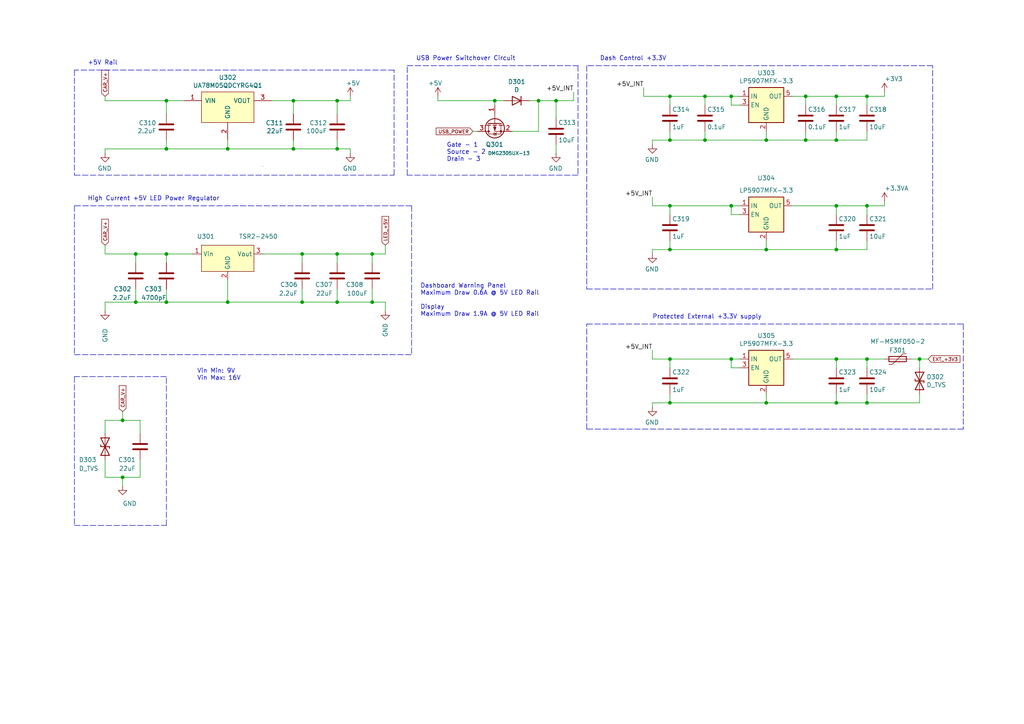
<source format=kicad_sch>
(kicad_sch (version 20211123) (generator eeschema)
  (paper "A4")
  (lib_symbols
    (symbol "Device:C" (pin_numbers hide) (pin_names (offset 0.254))
      (property "Reference" "C" (at 0.635 2.54 0))
      (property "Value" "C" (at 0.635 -2.54 0))
      (symbol "C_0_1"
        (polyline (pts (xy -2.032 -0.762) (xy 2.032 -0.762)) (stroke (width 0.508)))
        (polyline (pts (xy -2.032 0.762) (xy 2.032 0.762)) (stroke (width 0.508)))
      )
      (symbol "C_1_1"
        (pin passive line (at 0 3.81 270) (length 2.794) (name "~") (number "1"))
        (pin passive line (at 0 -3.81 90) (length 2.794) (name "~") (number "2"))
      )
    )
    (symbol "Device:D" (pin_numbers hide) (pin_names (offset 1.016) hide)
      (property "Reference" "D" (at 0 2.54 0))
      (property "Value" "D" (at 0 -2.54 0))
      (symbol "D_0_1"
        (polyline (pts (xy -1.27 1.27) (xy -1.27 -1.27)) (stroke (width 0.254)))
        (polyline (pts (xy 1.27 0) (xy -1.27 0)))
        (polyline (pts (xy 1.27 1.27) (xy 1.27 -1.27) (xy -1.27 0) (xy 1.27 1.27)) (stroke (width 0.254)))
      )
      (symbol "D_1_1"
        (pin passive line (at -3.81 0 0) (length 2.54) (name "K") (number "1"))
        (pin passive line (at 3.81 0 180) (length 2.54) (name "A") (number "2"))
      )
    )
    (symbol "Device:D_TVS" (pin_numbers hide) (pin_names (offset 1.016) hide)
      (property "Reference" "D" (at 0 2.54 0))
      (property "Value" "D_TVS" (at 0 -2.54 0))
      (symbol "D_TVS_0_1"
        (polyline (pts (xy 1.27 0) (xy -1.27 0)))
        (polyline (pts (xy 0.508 1.27) (xy 0 1.27) (xy 0 -1.27) (xy -0.508 -1.27)) (stroke (width 0.254)))
        (polyline (pts (xy -2.54 1.27) (xy -2.54 -1.27) (xy 2.54 1.27) (xy 2.54 -1.27) (xy -2.54 1.27)) (stroke (width 0.254)))
      )
      (symbol "D_TVS_1_1"
        (pin passive line (at -3.81 0 0) (length 2.54) (name "A1") (number "1"))
        (pin passive line (at 3.81 0 180) (length 2.54) (name "A2") (number "2"))
      )
    )
    (symbol "Device:Polyfuse" (pin_numbers hide) (pin_names (offset 0))
      (property "Reference" "F" (at -2.54 0 90))
      (property "Value" "Polyfuse" (at 2.54 0 90))
      (symbol "Polyfuse_0_1"
        (rectangle (start -0.762 2.54) (end 0.762 -2.54) (stroke (width 0.254)))
        (polyline (pts (xy 0 2.54) (xy 0 -2.54)))
        (polyline (pts (xy -1.524 2.54) (xy -1.524 1.524) (xy 1.524 -1.524) (xy 1.524 -2.54)))
      )
      (symbol "Polyfuse_1_1"
        (pin passive line (at 0 3.81 270) (length 1.27) (name "~") (number "1"))
        (pin passive line (at 0 -3.81 90) (length 1.27) (name "~") (number "2"))
      )
    )
    (symbol "Device:Q_PMOS_GSD" (pin_names (offset 0) hide)
      (property "Reference" "Q" (at 5.08 1.27 0))
      (property "Value" "Q_PMOS_GSD" (at 5.08 -1.27 0))
      (symbol "Q_PMOS_GSD_0_1"
        (polyline (pts (xy 0.254 0) (xy -2.54 0)))
        (polyline (pts (xy 0.254 1.905) (xy 0.254 -1.905)) (stroke (width 0.254)))
        (polyline (pts (xy 0.762 -1.27) (xy 0.762 -2.286)) (stroke (width 0.254)))
        (polyline (pts (xy 0.762 0.508) (xy 0.762 -0.508)) (stroke (width 0.254)))
        (polyline (pts (xy 0.762 2.286) (xy 0.762 1.27)) (stroke (width 0.254)))
        (polyline (pts (xy 2.54 2.54) (xy 2.54 1.778)))
        (polyline (pts (xy 2.54 -2.54) (xy 2.54 0) (xy 0.762 0)))
        (polyline (pts (xy 0.762 1.778) (xy 3.302 1.778) (xy 3.302 -1.778) (xy 0.762 -1.778)))
        (polyline (pts (xy 2.286 0) (xy 1.27 0.381) (xy 1.27 -0.381) (xy 2.286 0)) (fill (type outline)))
        (polyline (pts (xy 2.794 -0.508) (xy 2.921 -0.381) (xy 3.683 -0.381) (xy 3.81 -0.254)))
        (polyline (pts (xy 3.302 -0.381) (xy 2.921 0.254) (xy 3.683 0.254) (xy 3.302 -0.381)))
        (circle (center 1.651 0) (radius 2.794) (stroke (width 0.254)))
        (circle (center 2.54 -1.778) (radius 0.254) (fill (type outline)))
        (circle (center 2.54 1.778) (radius 0.254) (fill (type outline)))
      )
      (symbol "Q_PMOS_GSD_1_1"
        (pin input line (at -5.08 0 0) (length 2.54) (name "G") (number "1"))
        (pin passive line (at 2.54 -5.08 90) (length 2.54) (name "S") (number "2"))
        (pin passive line (at 2.54 5.08 270) (length 2.54) (name "D") (number "3"))
      )
    )
    (symbol "FSAE2020:LM2940" (pin_names (offset 1.016))
      (property "Reference" "U" (at 3.81 10.16 0))
      (property "Value" "LM2940" (at -3.81 10.16 0))
      (symbol "LM2940_0_1"
        (rectangle (start -7.62 8.89) (end 7.62 0) (fill (type background)))
      )
      (symbol "LM2940_1_1"
        (pin input line (at -12.7 6.35 0) (length 5.08) (name "VIN") (number "1"))
        (pin input line (at 0 -5.08 90) (length 5.08) (name "GND") (number "2"))
        (pin input line (at 12.7 6.35 180) (length 5.08) (name "VOUT") (number "3"))
      )
    )
    (symbol "FSAE2020:TSR2-2450"
      (property "Reference" "U" (at 5.08 -7.62 0))
      (property "Value" "TSR2-2450" (at -2.54 5.08 0))
      (symbol "TSR2-2450_0_1"
        (rectangle (start -7.62 2.54) (end 7.62 -5.08) (stroke (width 0.1524)) (fill (type background)))
        (rectangle (start 10.16 25.4) (end 10.16 25.4) (stroke (width 0.1524)))
      )
      (symbol "TSR2-2450_1_1"
        (pin power_in line (at -10.16 0 0) (length 2.54) (name "Vin") (number "1"))
        (pin power_in line (at 0 -7.62 90) (length 2.54) (name "GND") (number "2"))
        (pin power_out line (at 10.16 0 180) (length 2.54) (name "Vout") (number "3"))
      )
    )
    (symbol "Regulator_Linear:LP5907MFX-3.3"
      (property "Reference" "U" (at -3.81 6.35 0))
      (property "Value" "LP5907MFX-3.3" (at 6.35 6.35 0))
      (symbol "LP5907MFX-3.3_0_1"
        (rectangle (start -5.08 -5.08) (end 5.08 5.08) (stroke (width 0.254)) (fill (type background)))
        (pin power_in line (at -7.62 2.54 0) (length 2.54) (name "IN") (number "1"))
        (pin power_in line (at 0 -7.62 90) (length 2.54) (name "GND") (number "2"))
        (pin input line (at -7.62 0 0) (length 2.54) (name "EN") (number "3"))
        (pin no_connect line (at 5.08 0 180) (length 2.54) hide (name "NC") (number "4"))
        (pin power_out line (at 7.62 2.54 180) (length 2.54) (name "OUT") (number "5"))
      )
    )
    (symbol "power:+3.3V" (power) (pin_names (offset 0))
      (property "Value" "+3.3V" (at 0 3.556 0))
      (symbol "+3.3V_0_1"
        (polyline (pts (xy -0.762 1.27) (xy 0 2.54)))
        (polyline (pts (xy 0 0) (xy 0 2.54)))
        (polyline (pts (xy 0 2.54) (xy 0.762 1.27)))
      )
      (symbol "+3.3V_1_1"
        (pin power_in line (at 0 0 90) (length 0) hide (name "+3V3") (number "1"))
      )
    )
    (symbol "power:+3.3VA" (power) (pin_names (offset 0))
      (property "Value" "+3.3VA" (at 0 3.556 0))
      (symbol "+3.3VA_0_1"
        (polyline (pts (xy -0.762 1.27) (xy 0 2.54)))
        (polyline (pts (xy 0 0) (xy 0 2.54)))
        (polyline (pts (xy 0 2.54) (xy 0.762 1.27)))
      )
      (symbol "+3.3VA_1_1"
        (pin power_in line (at 0 0 90) (length 0) hide (name "+3.3VA") (number "1"))
      )
    )
    (symbol "power:+5V" (power) (pin_names (offset 0))
      (property "Value" "+5V" (at 0 3.556 0))
      (symbol "+5V_0_1"
        (polyline (pts (xy -0.762 1.27) (xy 0 2.54)))
        (polyline (pts (xy 0 0) (xy 0 2.54)))
        (polyline (pts (xy 0 2.54) (xy 0.762 1.27)))
      )
      (symbol "+5V_1_1"
        (pin power_in line (at 0 0 90) (length 0) hide (name "+5V") (number "1"))
      )
    )
    (symbol "power:GND" (power) (pin_names (offset 0))
      (property "Value" "GND" (at 0 -3.81 0))
      (symbol "GND_0_1"
        (polyline (pts (xy 0 0) (xy 0 -1.27) (xy 1.27 -1.27) (xy 0 -2.54) (xy -1.27 -1.27) (xy 0 -1.27)))
      )
      (symbol "GND_1_1"
        (pin power_in line (at 0 0 270) (length 0) hide (name "GND") (number "1"))
      )
    )
  )
  (junction (at 194.31 104.14))
  (junction (at 212.09 104.14))
  (junction (at 212.09 59.69))
  (junction (at 242.57 59.69))
  (junction (at 97.79 43.18))
  (junction (at 66.04 87.63))
  (junction (at 85.09 43.18))
  (junction (at 39.37 73.66))
  (junction (at 194.31 40.64))
  (junction (at 222.25 116.84))
  (junction (at 251.46 104.14))
  (junction (at 194.31 59.69))
  (junction (at 48.26 87.63))
  (junction (at 251.46 59.69))
  (junction (at 233.68 27.94))
  (junction (at 242.57 72.39))
  (junction (at 107.95 73.66))
  (junction (at 266.7 104.14))
  (junction (at 194.31 27.94))
  (junction (at 242.57 104.14))
  (junction (at 222.25 72.39))
  (junction (at 233.68 40.64))
  (junction (at 107.95 87.63))
  (junction (at 204.47 27.94))
  (junction (at 87.63 73.66))
  (junction (at 204.47 40.64))
  (junction (at 87.63 87.63))
  (junction (at 156.21 29.21))
  (junction (at 97.79 73.66))
  (junction (at 35.56 138.43))
  (junction (at 35.56 121.92))
  (junction (at 242.57 116.84))
  (junction (at 251.46 27.94))
  (junction (at 161.29 29.21))
  (junction (at 66.04 43.18))
  (junction (at 212.09 27.94))
  (junction (at 85.09 29.21))
  (junction (at 48.26 43.18))
  (junction (at 251.46 116.84))
  (junction (at 48.26 73.66))
  (junction (at 48.26 29.21))
  (junction (at 97.79 29.21))
  (junction (at 222.25 40.64))
  (junction (at 143.51 29.21))
  (junction (at 194.31 72.39))
  (junction (at 242.57 40.64))
  (junction (at 242.57 27.94))
  (junction (at 194.31 116.84))
  (junction (at 97.79 87.63))
  (junction (at 39.37 87.63))
  (wire (pts (xy 194.31 27.94) (xy 204.47 27.94)))
  (polyline (pts (xy 114.3 50.8) (xy 114.3 20.32)))
  (polyline (pts (xy 170.18 19.05) (xy 170.18 83.82)))
  (wire (pts (xy 127 29.21) (xy 143.51 29.21)))
  (wire (pts (xy 39.37 87.63) (xy 39.37 83.82)))
  (wire (pts (xy 66.04 87.63) (xy 87.63 87.63)))
  (wire (pts (xy 30.48 121.92) (xy 35.56 121.92)))
  (wire (pts (xy 156.21 38.1) (xy 156.21 29.21)))
  (wire (pts (xy 166.37 26.67) (xy 166.37 29.21)))
  (wire (pts (xy 127 27.94) (xy 127 29.21)))
  (wire (pts (xy 189.23 73.66) (xy 189.23 72.39)))
  (wire (pts (xy 242.57 38.1) (xy 242.57 40.64)))
  (wire (pts (xy 111.76 87.63) (xy 111.76 90.17)))
  (wire (pts (xy 256.54 59.69) (xy 251.46 59.69)))
  (wire (pts (xy 111.76 73.66) (xy 107.95 73.66)))
  (wire (pts (xy 242.57 104.14) (xy 251.46 104.14)))
  (wire (pts (xy 48.26 40.64) (xy 48.26 43.18)))
  (wire (pts (xy 35.56 119.38) (xy 35.56 121.92)))
  (wire (pts (xy 242.57 27.94) (xy 251.46 27.94)))
  (wire (pts (xy 194.31 114.3) (xy 194.31 116.84)))
  (wire (pts (xy 161.29 44.45) (xy 161.29 41.91)))
  (wire (pts (xy 242.57 40.64) (xy 251.46 40.64)))
  (wire (pts (xy 229.87 59.69) (xy 242.57 59.69)))
  (wire (pts (xy 233.68 27.94) (xy 242.57 27.94)))
  (wire (pts (xy 97.79 40.64) (xy 97.79 43.18)))
  (wire (pts (xy 251.46 40.64) (xy 251.46 38.1)))
  (wire (pts (xy 212.09 106.68) (xy 212.09 104.14)))
  (wire (pts (xy 242.57 72.39) (xy 251.46 72.39)))
  (wire (pts (xy 97.79 33.02) (xy 97.79 29.21)))
  (wire (pts (xy 39.37 76.2) (xy 39.37 73.66)))
  (wire (pts (xy 256.54 58.42) (xy 256.54 59.69)))
  (wire (pts (xy 66.04 81.28) (xy 66.04 87.63)))
  (wire (pts (xy 222.25 38.1) (xy 222.25 40.64)))
  (wire (pts (xy 242.57 62.23) (xy 242.57 59.69)))
  (wire (pts (xy 222.25 116.84) (xy 242.57 116.84)))
  (wire (pts (xy 194.31 40.64) (xy 204.47 40.64)))
  (wire (pts (xy 222.25 69.85) (xy 222.25 72.39)))
  (polyline (pts (xy 279.4 124.46) (xy 170.18 124.46)))
  (wire (pts (xy 30.48 27.94) (xy 30.48 29.21)))
  (wire (pts (xy 233.68 38.1) (xy 233.68 40.64)))
  (polyline (pts (xy 21.59 102.87) (xy 119.38 102.87)))
  (wire (pts (xy 194.31 116.84) (xy 222.25 116.84)))
  (polyline (pts (xy 170.18 124.46) (xy 170.18 93.98)))
  (wire (pts (xy 222.25 72.39) (xy 242.57 72.39)))
  (polyline (pts (xy 167.64 19.05) (xy 167.64 50.8)))
  (wire (pts (xy 214.63 62.23) (xy 212.09 62.23)))
  (wire (pts (xy 189.23 118.11) (xy 189.23 116.84)))
  (wire (pts (xy 242.57 116.84) (xy 242.57 114.3)))
  (wire (pts (xy 194.31 38.1) (xy 194.31 40.64)))
  (wire (pts (xy 85.09 43.18) (xy 66.04 43.18)))
  (wire (pts (xy 85.09 40.64) (xy 85.09 43.18)))
  (polyline (pts (xy 170.18 83.82) (xy 270.51 83.82)))
  (wire (pts (xy 204.47 30.48) (xy 204.47 27.94)))
  (wire (pts (xy 48.26 29.21) (xy 53.34 29.21)))
  (wire (pts (xy 30.48 43.18) (xy 48.26 43.18)))
  (wire (pts (xy 251.46 27.94) (xy 256.54 27.94)))
  (wire (pts (xy 35.56 121.92) (xy 40.64 121.92)))
  (wire (pts (xy 101.6 44.45) (xy 101.6 43.18)))
  (wire (pts (xy 229.87 27.94) (xy 233.68 27.94)))
  (wire (pts (xy 66.04 40.64) (xy 66.04 43.18)))
  (polyline (pts (xy 48.26 152.4) (xy 48.26 109.22)))
  (wire (pts (xy 156.21 29.21) (xy 153.67 29.21)))
  (wire (pts (xy 85.09 29.21) (xy 97.79 29.21)))
  (wire (pts (xy 242.57 30.48) (xy 242.57 27.94)))
  (wire (pts (xy 30.48 87.63) (xy 30.48 90.17)))
  (wire (pts (xy 266.7 114.3) (xy 266.7 116.84)))
  (wire (pts (xy 66.04 43.18) (xy 48.26 43.18)))
  (wire (pts (xy 266.7 104.14) (xy 269.24 104.14)))
  (wire (pts (xy 186.69 25.4) (xy 186.69 27.94)))
  (polyline (pts (xy 114.3 20.32) (xy 21.59 20.32)))
  (wire (pts (xy 107.95 73.66) (xy 107.95 76.2)))
  (wire (pts (xy 143.51 29.21) (xy 146.05 29.21)))
  (wire (pts (xy 251.46 116.84) (xy 251.46 114.3)))
  (wire (pts (xy 85.09 33.02) (xy 85.09 29.21)))
  (wire (pts (xy 189.23 101.6) (xy 189.23 104.14)))
  (wire (pts (xy 87.63 87.63) (xy 97.79 87.63)))
  (wire (pts (xy 156.21 29.21) (xy 161.29 29.21)))
  (wire (pts (xy 186.69 27.94) (xy 194.31 27.94)))
  (wire (pts (xy 204.47 38.1) (xy 204.47 40.64)))
  (polyline (pts (xy 21.59 152.4) (xy 48.26 152.4)))
  (wire (pts (xy 111.76 87.63) (xy 107.95 87.63)))
  (polyline (pts (xy 21.59 59.69) (xy 21.59 102.87)))
  (wire (pts (xy 97.79 73.66) (xy 97.79 76.2)))
  (wire (pts (xy 137.16 38.1) (xy 138.43 38.1)))
  (wire (pts (xy 87.63 87.63) (xy 87.63 83.82)))
  (wire (pts (xy 212.09 59.69) (xy 214.63 59.69)))
  (wire (pts (xy 204.47 27.94) (xy 212.09 27.94)))
  (polyline (pts (xy 118.11 19.05) (xy 167.64 19.05)))
  (wire (pts (xy 161.29 34.29) (xy 161.29 29.21)))
  (wire (pts (xy 266.7 116.84) (xy 251.46 116.84)))
  (wire (pts (xy 214.63 106.68) (xy 212.09 106.68)))
  (polyline (pts (xy 170.18 93.98) (xy 279.4 93.98)))
  (wire (pts (xy 48.26 87.63) (xy 66.04 87.63)))
  (wire (pts (xy 48.26 87.63) (xy 39.37 87.63)))
  (wire (pts (xy 161.29 29.21) (xy 166.37 29.21)))
  (polyline (pts (xy 119.38 59.69) (xy 119.38 102.87)))
  (wire (pts (xy 107.95 83.82) (xy 107.95 87.63)))
  (wire (pts (xy 189.23 40.64) (xy 194.31 40.64)))
  (wire (pts (xy 212.09 62.23) (xy 212.09 59.69)))
  (wire (pts (xy 229.87 104.14) (xy 242.57 104.14)))
  (wire (pts (xy 40.64 133.35) (xy 40.64 138.43)))
  (wire (pts (xy 194.31 69.85) (xy 194.31 72.39)))
  (wire (pts (xy 30.48 73.66) (xy 39.37 73.66)))
  (polyline (pts (xy 48.26 109.22) (xy 21.59 109.22)))
  (polyline (pts (xy 119.38 59.69) (xy 21.59 59.69)))
  (wire (pts (xy 194.31 30.48) (xy 194.31 27.94)))
  (wire (pts (xy 97.79 87.63) (xy 107.95 87.63)))
  (wire (pts (xy 251.46 106.68) (xy 251.46 104.14)))
  (wire (pts (xy 189.23 72.39) (xy 194.31 72.39)))
  (wire (pts (xy 212.09 27.94) (xy 214.63 27.94)))
  (polyline (pts (xy 21.59 20.32) (xy 21.59 50.8)))
  (wire (pts (xy 87.63 73.66) (xy 97.79 73.66)))
  (wire (pts (xy 189.23 116.84) (xy 194.31 116.84)))
  (wire (pts (xy 233.68 40.64) (xy 242.57 40.64)))
  (wire (pts (xy 189.23 104.14) (xy 194.31 104.14)))
  (wire (pts (xy 48.26 73.66) (xy 39.37 73.66)))
  (wire (pts (xy 30.48 71.12) (xy 30.48 73.66)))
  (wire (pts (xy 189.23 57.15) (xy 189.23 59.69)))
  (wire (pts (xy 35.56 138.43) (xy 30.48 138.43)))
  (wire (pts (xy 189.23 59.69) (xy 194.31 59.69)))
  (wire (pts (xy 194.31 59.69) (xy 194.31 62.23)))
  (wire (pts (xy 48.26 33.02) (xy 48.26 29.21)))
  (wire (pts (xy 87.63 73.66) (xy 87.63 76.2)))
  (wire (pts (xy 194.31 104.14) (xy 194.31 106.68)))
  (polyline (pts (xy 21.59 50.8) (xy 114.3 50.8)))
  (wire (pts (xy 194.31 104.14) (xy 212.09 104.14)))
  (wire (pts (xy 48.26 73.66) (xy 55.88 73.66)))
  (wire (pts (xy 35.56 138.43) (xy 35.56 140.97)))
  (polyline (pts (xy 118.11 50.8) (xy 118.11 19.05)))
  (wire (pts (xy 251.46 27.94) (xy 251.46 30.48)))
  (wire (pts (xy 242.57 116.84) (xy 251.46 116.84)))
  (wire (pts (xy 78.74 29.21) (xy 85.09 29.21)))
  (wire (pts (xy 233.68 30.48) (xy 233.68 27.94)))
  (wire (pts (xy 194.31 72.39) (xy 222.25 72.39)))
  (wire (pts (xy 266.7 104.14) (xy 266.7 106.68)))
  (wire (pts (xy 212.09 27.94) (xy 212.09 30.48)))
  (wire (pts (xy 101.6 27.94) (xy 101.6 29.21)))
  (wire (pts (xy 40.64 138.43) (xy 35.56 138.43)))
  (wire (pts (xy 242.57 106.68) (xy 242.57 104.14)))
  (wire (pts (xy 48.26 76.2) (xy 48.26 73.66)))
  (wire (pts (xy 222.25 40.64) (xy 233.68 40.64)))
  (wire (pts (xy 30.48 87.63) (xy 39.37 87.63)))
  (wire (pts (xy 30.48 29.21) (xy 48.26 29.21)))
  (wire (pts (xy 97.79 83.82) (xy 97.79 87.63)))
  (wire (pts (xy 148.59 38.1) (xy 156.21 38.1)))
  (wire (pts (xy 256.54 104.14) (xy 251.46 104.14)))
  (wire (pts (xy 97.79 73.66) (xy 107.95 73.66)))
  (wire (pts (xy 97.79 43.18) (xy 85.09 43.18)))
  (wire (pts (xy 189.23 40.64) (xy 189.23 41.91)))
  (polyline (pts (xy 21.59 109.22) (xy 21.59 152.4)))
  (wire (pts (xy 242.57 59.69) (xy 251.46 59.69)))
  (polyline (pts (xy 167.64 50.8) (xy 118.11 50.8)))
  (wire (pts (xy 194.31 59.69) (xy 212.09 59.69)))
  (wire (pts (xy 76.2 73.66) (xy 87.63 73.66)))
  (wire (pts (xy 143.51 29.21) (xy 143.51 30.48)))
  (wire (pts (xy 256.54 26.67) (xy 256.54 27.94)))
  (polyline (pts (xy 270.51 83.82) (xy 270.51 19.05)))
  (wire (pts (xy 212.09 104.14) (xy 214.63 104.14)))
  (wire (pts (xy 111.76 71.12) (xy 111.76 73.66)))
  (wire (pts (xy 204.47 40.64) (xy 222.25 40.64)))
  (wire (pts (xy 251.46 72.39) (xy 251.46 69.85)))
  (wire (pts (xy 30.48 125.73) (xy 30.48 121.92)))
  (wire (pts (xy 222.25 114.3) (xy 222.25 116.84)))
  (polyline (pts (xy 279.4 93.98) (xy 279.4 124.46)))
  (wire (pts (xy 40.64 121.92) (xy 40.64 125.73)))
  (wire (pts (xy 251.46 62.23) (xy 251.46 59.69)))
  (wire (pts (xy 242.57 72.39) (xy 242.57 69.85)))
  (wire (pts (xy 97.79 29.21) (xy 101.6 29.21)))
  (polyline (pts (xy 270.51 19.05) (xy 170.18 19.05)))
  (wire (pts (xy 30.48 138.43) (xy 30.48 133.35)))
  (wire (pts (xy 30.48 44.45) (xy 30.48 43.18)))
  (wire (pts (xy 97.79 43.18) (xy 101.6 43.18)))
  (wire (pts (xy 48.26 87.63) (xy 48.26 83.82)))
  (wire (pts (xy 264.16 104.14) (xy 266.7 104.14)))
  (wire (pts (xy 212.09 30.48) (xy 214.63 30.48)))
  (text "Vin Min: 9V\nVin Max: 16V" (at 57.15 110.49 0) (effects (font (size 1.27 1.27)) (justify left bottom)))
  (text "USB Power Switchover Circuit" (at 120.65 17.78 0) (effects (font (size 1.27 1.27)) (justify left bottom)))
  (text "+5V Rail" (at 25.4 19.05 0) (effects (font (size 1.27 1.27)) (justify left bottom)))
  (text "Gate - 1\nSource - 2\nDrain - 3" (at 129.54 46.99 0) (effects (font (size 1.27 1.27)) (justify left bottom)))
  (text "Dashboard Warning Panel\nMaximum Draw 0.6A @ 5V LED Rail\n\nDisplay\nMaximum Draw 1.9A @ 5V LED Rail\n\n" (at 121.92 93.98 0) (effects (font (size 1.27 1.27)) (justify left bottom)))
  (text "Dash Control +3.3V" (at 173.99 17.78 0) (effects (font (size 1.27 1.27)) (justify left bottom)))
  (text "High Current +5V LED Power Regulator" (at 25.4 58.42 0) (effects (font (size 1.27 1.27)) (justify left bottom)))
  (text "Protected External +3.3V supply" (at 189.23 92.71 0) (effects (font (size 1.27 1.27)) (justify left bottom)))
  (label "+5V_INT" (at 186.69 25.4 180))
  (label "+5V_INT" (at 189.23 57.15 180))
  (label "+5V_INT" (at 166.37 26.67 180))
  (label "+5V_INT" (at 189.23 101.6 180))
  (global_label "EXT_+3V3" (shape input) (at 269.24 104.14 0) (effects (font (size 0.9906 0.9906))) (property "Intersheet References" "${INTERSHEET_REFS}" (effects hide)))
  (global_label "CAR_V+" (shape input) (at 35.56 119.38 90) (effects (font (size 0.9906 0.9906))) (property "Intersheet References" "${INTERSHEET_REFS}" (effects hide)))
  (global_label "USB_POWER" (shape input) (at 137.16 38.1 180) (effects (font (size 0.9906 0.9906))) (property "Intersheet References" "${INTERSHEET_REFS}" (effects hide)))
  (global_label "CAR_V+" (shape input) (at 30.48 27.94 90) (effects (font (size 0.9906 0.9906))) (property "Intersheet References" "${INTERSHEET_REFS}" (effects hide)))
  (global_label "LED_+5V" (shape input) (at 111.76 71.12 90) (effects (font (size 0.9906 0.9906))) (property "Intersheet References" "${INTERSHEET_REFS}" (effects hide)))
  (global_label "CAR_V+" (shape input) (at 30.48 71.12 90) (effects (font (size 0.9906 0.9906))) (property "Intersheet References" "${INTERSHEET_REFS}" (effects hide)))
  (symbol (lib_id "power:+5V") (at 127 27.94 0) (unit 1)
    (property "Reference" "#PWR0304" (effects hide))
    (property "Value" "+5V" (at 128.27 24.13 0) (effects (justify right)))
  )
  (symbol (lib_id "Device:C") (at 251.46 34.29 0) (unit 1)
    (property "Reference" "C318" (at 252.095 31.75 0) (effects (justify left)))
    (property "Value" "10uF" (at 252.095 36.83 0) (effects (justify left)))
    (property "Datasheet" "https://api.kemet.com/component-edge/download/datasheet/C1206C106K4RACAUTO.pdf" (effects hide))
    (property "Description" "CAP CER 10UF 16V X7R 1206" (effects hide))
    (property "Manufacturer" "KEMET" (effects hide))
    (property "Part Number" "C1206C106K4RACAUTO" (effects hide))
    (property "Digikey P/N" "399-7012-1-ND" (effects hide))
  )
  (symbol (lib_id "Device:Q_PMOS_GSD") (at 143.51 35.56 90) (mirror x) (unit 1)
    (property "Reference" "Q301" (at 146.05 41.91 90) (effects (justify left)))
    (property "Value" "DMG2305UX-13" (at 153.67 44.45 90) (effects (font (size 0.9906 0.9906)) (justify left)))
    (property "Datasheet" "https://www.diodes.com/assets/Datasheets/DMG2305UX.pdf" (effects hide))
    (property "Description" "MOSFET P-CH 20V 3.7A SOT-23" (effects hide))
    (property "Manufacturer" "Diodes Inc" (effects hide))
    (property "Part Number" "DMG2305UX-13" (effects hide))
    (property "Digikey P/N" "DMG2305UX-13DICT-ND" (effects hide))
  )
  (symbol (lib_id "Device:C") (at 204.47 34.29 0) (unit 1)
    (property "Reference" "C315" (at 205.105 31.75 0) (effects (justify left)))
    (property "Value" "0.1uF" (at 205.105 36.83 0) (effects (justify left)))
    (property "Datasheet" "https://api.kemet.com/component-edge/download/specsheet/C0603C104K5RACAUTO.pdf" (effects hide))
    (property "Description" "CAP CER 0.1UF 50V X7R 0603" (effects hide))
    (property "Manufacturer" "KEMET" (effects hide))
    (property "Part Number" "C0603C104K5RACAUTO" (effects hide))
    (property "Digikey P/N" "399-6856-1-ND" (effects hide))
  )
  (symbol (lib_id "Device:C") (at 40.64 129.54 0) (mirror y) (unit 1)
    (property "Reference" "C301" (at 39.37 133.35 0) (effects (justify left)))
    (property "Value" "22uF" (at 39.37 135.89 0) (effects (justify left)))
    (property "Datasheet" "https://api.kemet.com/component-edge/download/specsheet/ESK226M050AC3AA.pdf" (effects hide))
    (property "Manufacturer" "KEMET" (effects hide))
    (property "Description" "CAP ALUM 22UF 20% 50V RADIAL" (effects hide))
    (property "Digikey P/N" "399-6108-ND" (effects hide))
    (property "Part Number" "ESK226M050AC3AA" (effects hide))
  )
  (symbol (lib_id "Device:C") (at 39.37 80.01 0) (mirror y) (unit 1)
    (property "Reference" "C302" (at 38.1 83.82 0) (effects (justify left)))
    (property "Value" "2.2uF" (at 38.1 86.36 0) (effects (justify left)))
    (property "Datasheet" "https://api.kemet.com/component-edge/download/specsheet/C1206C225K5RACAUTO.pdf" (effects hide))
    (property "Manufacturer" "KEMET" (effects hide))
    (property "Description" "CAP CER 2.2UF 50V X7R 1206" (effects hide))
    (property "Digikey P/N" "399-7019-1-ND" (effects hide))
    (property "Part Number" "C1206C225K5RACAUTO" (effects hide))
  )
  (symbol (lib_id "Device:C") (at 48.26 80.01 0) (mirror y) (unit 1)
    (property "Reference" "C303" (at 46.99 83.82 0) (effects (justify left)))
    (property "Value" "4700pF" (at 48.26 86.36 0) (effects (justify left)))
    (property "Datasheet" "https://api.kemet.com/component-edge/download/specsheet/C0603C472K5RACAUTO.pdf" (effects hide))
    (property "Manufacturer" "KEMET" (effects hide))
    (property "Description" "CAP CER 4700PF 50V X7R 0603" (effects hide))
    (property "Digikey P/N" "399-6896-1-ND" (effects hide))
    (property "Part Number" "C0603C472K5RACAUTO" (effects hide))
  )
  (symbol (lib_id "Device:C") (at 87.63 80.01 0) (mirror y) (unit 1)
    (property "Reference" "C306" (at 86.36 82.55 0) (effects (justify left)))
    (property "Value" "2.2uF" (at 86.36 85.09 0) (effects (justify left)))
    (property "Datasheet" "https://api.kemet.com/component-edge/download/specsheet/C1206C225K5RACAUTO.pdf" (effects hide))
    (property "Manufacturer" "KEMET" (effects hide))
    (property "Description" "CAP CER 2.2UF 50V X7R 1206" (effects hide))
    (property "Digikey P/N" "399-7019-1-ND" (effects hide))
    (property "Part Number" "C1206C225K5RACAUTO" (effects hide))
  )
  (symbol (lib_id "Device:C") (at 97.79 80.01 0) (mirror y) (unit 1)
    (property "Reference" "C307" (at 96.52 82.55 0) (effects (justify left)))
    (property "Value" "22uF" (at 96.52 85.09 0) (effects (justify left)))
    (property "Datasheet" "https://api.kemet.com/component-edge/download/specsheet/ESK226M050AC3AA.pdf" (effects hide))
    (property "Manufacturer" "KEMET" (effects hide))
    (property "Description" "CAP ALUM 22UF 20% 50V RADIAL" (effects hide))
    (property "Digikey P/N" "399-6108-ND" (effects hide))
    (property "Part Number" "ESK226M050AC3AA" (effects hide))
  )
  (symbol (lib_id "power:GND") (at 30.48 90.17 0) (mirror y) (unit 1)
    (property "Reference" "#PWR0120" (effects hide))
    (property "Value" "GND" (at 30.48 95.25 90) (effects (justify right)))
  )
  (symbol (lib_id "Device:C") (at 107.95 80.01 0) (mirror y) (unit 1)
    (property "Reference" "C308" (at 105.41 82.55 0) (effects (justify left)))
    (property "Value" "100uF" (at 106.68 85.09 0) (effects (justify left)))
    (property "Datasheet" "https://api.kemet.com/component-edge/download/datasheet/ESK107M016AC3AA.pdf" (effects hide))
    (property "Manufacturer" "KEMET" (effects hide))
    (property "Description" "CAP ALUM 100UF 20% 16V RADIAL" (effects hide))
    (property "Digikey P/N" "399-6601-ND" (effects hide))
    (property "Part Number" "ESK107M016AC3AA" (effects hide))
  )
  (symbol (lib_id "power:+3.3VA") (at 256.54 58.42 0) (unit 1)
    (property "Reference" "#PWR0125" (effects hide))
    (property "Value" "+3.3VA" (at 256.54 54.61 0) (effects (justify left)))
  )
  (symbol (lib_id "Regulator_Linear:LP5907MFX-3.3") (at 222.25 30.48 0) (unit 1)
    (property "Reference" "U303" (at 222.25 21.1582 0))
    (property "Value" "LP5907MFX-3.3" (at 222.25 23.4696 0))
    (property "Datasheet" "https://www.ti.com/lit/ds/symlink/lp5907-q1.pdf" (effects hide))
    (property "Description" "Linear Voltage Regulator IC Output 250mA SOT-23-5" (effects hide))
    (property "Digikey P/N" "296-38557-1-ND" (effects hide))
    (property "Manufacturer" "TI" (effects hide))
    (property "Part Number" "LP5907MFX-3.3/NOPB" (effects hide))
  )
  (symbol (lib_id "Device:C") (at 194.31 34.29 0) (unit 1)
    (property "Reference" "C314" (at 194.945 31.75 0) (effects (justify left)))
    (property "Value" "1uF" (at 194.945 36.83 0) (effects (justify left)))
    (property "Datasheet" "https://api.kemet.com/component-edge/download/specsheet/C0603C472K5RACAUTO.pdf" (effects hide))
    (property "Description" "CAP CER 0603 1UF 16V X7R 10%" (effects hide))
    (property "Manufacturer" "KEMET" (effects hide))
    (property "Part Number" "C0603C105K4RACAUTO" (effects hide))
    (property "Digikey P/N" "399-17704-1-ND" (effects hide))
  )
  (symbol (lib_id "power:GND") (at 111.76 90.17 0) (mirror y) (unit 1)
    (property "Reference" "#PWR0121" (effects hide))
    (property "Value" "GND" (at 111.76 97.79 90) (effects (justify left)))
  )
  (symbol (lib_id "Device:C") (at 242.57 34.29 0) (unit 1)
    (property "Reference" "C317" (at 243.205 31.75 0) (effects (justify left)))
    (property "Value" "1uF" (at 243.205 36.83 0) (effects (justify left)))
    (property "Datasheet" "https://api.kemet.com/component-edge/download/specsheet/C0603C472K5RACAUTO.pdf" (effects hide))
    (property "Description" "CAP CER 0603 1UF 16V X7R 10%" (effects hide))
    (property "Manufacturer" "KEMET" (effects hide))
    (property "Part Number" "C0603C105K4RACAUTO" (effects hide))
    (property "Digikey P/N" "399-17704-1-ND" (effects hide))
  )
  (symbol (lib_id "Regulator_Linear:LP5907MFX-3.3") (at 222.25 62.23 0) (unit 1)
    (property "Reference" "U304" (at 222.25 51.6382 0))
    (property "Value" "LP5907MFX-3.3" (at 222.25 55.2196 0))
    (property "Datasheet" "https://www.ti.com/lit/ds/symlink/lp5907-q1.pdf" (effects hide))
    (property "Description" "Linear Voltage Regulator IC Output 250mA SOT-23-5" (effects hide))
    (property "Digikey P/N" "296-38557-1-ND" (effects hide))
    (property "Manufacturer" "TI" (effects hide))
    (property "Part Number" "LP5907MFX-3.3/NOPB" (effects hide))
  )
  (symbol (lib_id "Device:C") (at 242.57 66.04 0) (unit 1)
    (property "Reference" "C320" (at 243.205 63.5 0) (effects (justify left)))
    (property "Value" "1uF" (at 243.205 68.58 0) (effects (justify left)))
    (property "Datasheet" "https://api.kemet.com/component-edge/download/specsheet/C0603C472K5RACAUTO.pdf" (effects hide))
    (property "Description" "CAP CER 0603 1UF 16V X7R 10%" (effects hide))
    (property "Manufacturer" "KEMET" (effects hide))
    (property "Part Number" "C0603C105K4RACAUTO" (effects hide))
    (property "Digikey P/N" "399-17704-1-ND" (effects hide))
  )
  (symbol (lib_id "Device:C") (at 251.46 66.04 0) (unit 1)
    (property "Reference" "C321" (at 252.095 63.5 0) (effects (justify left)))
    (property "Value" "10uF" (at 252.095 68.58 0) (effects (justify left)))
    (property "Datasheet" "https://api.kemet.com/component-edge/download/datasheet/C1206C106K4RACAUTO.pdf" (effects hide))
    (property "Description" "CAP CER 10UF 16V X7R 1206" (effects hide))
    (property "Manufacturer" "KEMET" (effects hide))
    (property "Part Number" "C1206C106K4RACAUTO" (effects hide))
    (property "Digikey P/N" "399-7012-1-ND" (effects hide))
  )
  (symbol (lib_id "Device:C") (at 233.68 34.29 0) (unit 1)
    (property "Reference" "C316" (at 234.315 31.75 0) (effects (justify left)))
    (property "Value" "0.1uF" (at 234.315 36.83 0) (effects (justify left)))
    (property "Datasheet" "https://api.kemet.com/component-edge/download/specsheet/C0603C104K5RACAUTO.pdf" (effects hide))
    (property "Description" "CAP CER 0.1UF 50V X7R 0603" (effects hide))
    (property "Manufacturer" "KEMET" (effects hide))
    (property "Part Number" "C0603C104K5RACAUTO" (effects hide))
    (property "Digikey P/N" "399-6856-1-ND" (effects hide))
  )
  (symbol (lib_id "Device:D") (at 149.86 29.21 180) (unit 1)
    (property "Reference" "D301" (at 149.86 23.7236 0))
    (property "Value" "D" (at 149.86 26.035 0))
    (property "Datasheet" "https://www.diodes.com/assets/Datasheets/MBR230S1F.pdf" (effects hide))
    (property "Description" "DIODE SCHOTTKY 30V 2A SOD123F" (effects hide))
    (property "Digikey P/N" "MBR230S1F-7DICT-ND" (effects hide))
    (property "Manufacturer" "Diodes Inc" (effects hide))
    (property "Part Number" "MBR230S1F-7" (effects hide))
  )
  (symbol (lib_id "power:+3.3V") (at 256.54 26.67 0) (unit 1)
    (property "Reference" "#PWR0127" (effects hide))
    (property "Value" "+3.3V" (at 256.54 22.86 0) (effects (justify left)))
  )
  (symbol (lib_id "Device:C") (at 194.31 66.04 0) (unit 1)
    (property "Reference" "C319" (at 194.945 63.5 0) (effects (justify left)))
    (property "Value" "1uF" (at 194.945 68.58 0) (effects (justify left)))
    (property "Datasheet" "https://api.kemet.com/component-edge/download/specsheet/C0603C472K5RACAUTO.pdf" (effects hide))
    (property "Description" "CAP CER 0603 1UF 16V X7R 10%" (effects hide))
    (property "Manufacturer" "KEMET" (effects hide))
    (property "Part Number" "C0603C105K4RACAUTO" (effects hide))
    (property "Digikey P/N" "399-17704-1-ND" (effects hide))
  )
  (symbol (lib_id "Device:C") (at 161.29 38.1 0) (unit 1)
    (property "Reference" "C313" (at 161.925 35.56 0) (effects (justify left)))
    (property "Value" "10uF" (at 161.925 40.64 0) (effects (justify left)))
    (property "Datasheet" "https://api.kemet.com/component-edge/download/datasheet/C1206C106K4RACAUTO.pdf" (effects hide))
    (property "Description" "CAP CER 10UF 16V X7R 1206" (effects hide))
    (property "Manufacturer" "KEMET" (effects hide))
    (property "Part Number" "C1206C106K4RACAUTO" (effects hide))
    (property "Digikey P/N" "399-7012-1-ND" (effects hide))
  )
  (symbol (lib_id "power:GND") (at 189.23 73.66 0) (mirror y) (unit 1)
    (property "Reference" "#PWR0128" (effects hide))
    (property "Value" "GND" (at 189.103 78.0542 0))
  )
  (symbol (lib_id "power:GND") (at 189.23 41.91 0) (mirror y) (unit 1)
    (property "Reference" "#PWR0129" (effects hide))
    (property "Value" "GND" (at 189.103 46.3042 0))
  )
  (symbol (lib_id "Regulator_Linear:LP5907MFX-3.3") (at 222.25 106.68 0) (unit 1)
    (property "Reference" "U305" (at 222.25 97.3582 0))
    (property "Value" "LP5907MFX-3.3" (at 222.25 99.6696 0))
    (property "Datasheet" "https://www.ti.com/lit/ds/symlink/lp5907-q1.pdf" (effects hide))
    (property "Description" "Linear Voltage Regulator IC Output 250mA SOT-23-5" (effects hide))
    (property "Digikey P/N" "296-38557-1-ND" (effects hide))
    (property "Manufacturer" "TI" (effects hide))
    (property "Part Number" "LP5907MFX-3.3/NOPB" (effects hide))
  )
  (symbol (lib_id "Device:C") (at 194.31 110.49 0) (unit 1)
    (property "Reference" "C322" (at 194.945 107.95 0) (effects (justify left)))
    (property "Value" "1uF" (at 194.945 113.03 0) (effects (justify left)))
    (property "Datasheet" "https://api.kemet.com/component-edge/download/specsheet/C0603C472K5RACAUTO.pdf" (effects hide))
    (property "Description" "CAP CER 0603 1UF 16V X7R 10%" (effects hide))
    (property "Manufacturer" "KEMET" (effects hide))
    (property "Part Number" "C0603C105K4RACAUTO" (effects hide))
    (property "Digikey P/N" "399-17704-1-ND" (effects hide))
  )
  (symbol (lib_id "Device:C") (at 251.46 110.49 0) (unit 1)
    (property "Reference" "C324" (at 252.095 107.95 0) (effects (justify left)))
    (property "Value" "10uF" (at 252.095 113.03 0) (effects (justify left)))
    (property "Datasheet" "https://api.kemet.com/component-edge/download/datasheet/C1206C106K4RACAUTO.pdf" (effects hide))
    (property "Description" "CAP CER 10UF 16V X7R 1206" (effects hide))
    (property "Manufacturer" "KEMET" (effects hide))
    (property "Part Number" "C1206C106K4RACAUTO" (effects hide))
    (property "Digikey P/N" "399-7012-1-ND" (effects hide))
  )
  (symbol (lib_id "Device:C") (at 242.57 110.49 0) (unit 1)
    (property "Reference" "C323" (at 243.205 107.95 0) (effects (justify left)))
    (property "Value" "1uF" (at 243.205 113.03 0) (effects (justify left)))
    (property "Datasheet" "https://api.kemet.com/component-edge/download/specsheet/C0603C472K5RACAUTO.pdf" (effects hide))
    (property "Description" "CAP CER 0603 1UF 16V X7R 10%" (effects hide))
    (property "Manufacturer" "KEMET" (effects hide))
    (property "Part Number" "C0603C105K4RACAUTO" (effects hide))
    (property "Digikey P/N" "399-17704-1-ND" (effects hide))
  )
  (symbol (lib_id "power:GND") (at 189.23 118.11 0) (mirror y) (unit 1)
    (property "Reference" "#PWR0130" (effects hide))
    (property "Value" "GND" (at 189.103 122.5042 0))
  )
  (symbol (lib_id "power:GND") (at 161.29 44.45 0) (mirror y) (unit 1)
    (property "Reference" "#PWR0131" (effects hide))
    (property "Value" "GND" (at 161.163 48.8442 0))
  )
  (symbol (lib_id "Device:Polyfuse") (at 260.35 104.14 270) (unit 1)
    (property "Reference" "F301" (at 260.35 101.6 90))
    (property "Value" "MF-MSMF050-2" (at 260.35 99.06 90))
    (property "Datasheet" "https://www.bourns.com/docs/Product-Datasheets/mfmsmf.pdf" (effects hide))
    (property "Description" "500mA Resettable Fuse 1812" (effects hide))
    (property "Part Number" "MF-MSMF050-2" (effects hide))
    (property "Manufacturer" "Bourns" (effects hide))
    (property "Digikey P/N" "IRLML6402PBFCT-ND" (effects hide))
  )
  (symbol (lib_id "Device:D_TVS") (at 266.7 110.49 270) (unit 1)
    (property "Reference" "D302" (at 268.7066 109.3216 90) (effects (justify left)))
    (property "Value" "D_TVS" (at 268.7066 111.633 90) (effects (justify left)))
    (property "Datasheet" "https://www.diodes.com/assets/Datasheets/D5V0H1U2LP1610.pdf" (effects hide))
    (property "Description" "11.5V Clamp 90A (8/20µs) Ipp Tvs Diode Surface Mount U-DFN1610-2 (Type B)" (effects hide))
    (property "Digikey P/N" "D5V0H1U2LP1610-7DICT-ND" (effects hide))
    (property "Manufacturer" "Diodes Inc" (effects hide))
    (property "Part Number" "D5V0H1U2LP1610-7" (effects hide))
  )
  (symbol (lib_id "FSAE2020:LM2940") (at 66.04 35.56 0) (unit 1)
    (property "Reference" "U302" (at 66.04 22.479 0))
    (property "Value" "UA78M05QDCYRG4Q1" (at 66.04 24.7904 0))
    (property "Footprint" "Package_TO_SOT_SMD:SOT-223-3_TabPin2" (effects hide))
    (property "Datasheet" "https://www.ti.com/lit/ds/symlink/ua78m-q1.pdf" (effects hide))
    (property "Description" "IC REG LINEAR 5V 500MA SOT223-4" (effects hide))
    (property "Digikey P/N" "296-22950-1-ND" (effects hide))
    (property "Manufacturer" "TI" (effects hide))
    (property "Part Number" "UA78M05QDCYRG4Q1" (effects hide))
  )
  (symbol (lib_id "Device:C") (at 85.09 36.83 0) (mirror y) (unit 1)
    (property "Reference" "C311" (at 82.169 35.6616 0) (effects (justify left)))
    (property "Value" "22uF" (at 82.169 37.973 0) (effects (justify left)))
    (property "Datasheet" "https://api.kemet.com/component-edge/download/specsheet/ESK226M050AC3AA.pdf" (effects hide))
    (property "Manufacturer" "KEMET" (effects hide))
    (property "Description" "CAP ALUM 22UF 20% 50V RADIAL" (effects hide))
    (property "Digikey P/N" "399-6108-ND" (effects hide))
    (property "Part Number" "ESK226M050AC3AA" (effects hide))
  )
  (symbol (lib_id "Device:C") (at 48.26 36.83 0) (mirror y) (unit 1)
    (property "Reference" "C310" (at 45.339 35.6616 0) (effects (justify left)))
    (property "Value" "2.2uF" (at 45.339 37.973 0) (effects (justify left)))
    (property "Datasheet" "https://api.kemet.com/component-edge/download/specsheet/C1206C225K5RACAUTO.pdf" (effects hide))
    (property "Manufacturer" "KEMET" (effects hide))
    (property "Description" "CAP CER 2.2UF 50V X7R 1206" (effects hide))
    (property "Digikey P/N" "399-7019-1-ND" (effects hide))
    (property "Part Number" "C1206C225K5RACAUTO" (effects hide))
  )
  (symbol (lib_id "Device:C") (at 97.79 36.83 0) (mirror y) (unit 1)
    (property "Reference" "C312" (at 94.869 35.6616 0) (effects (justify left)))
    (property "Value" "100uF" (at 94.869 37.973 0) (effects (justify left)))
    (property "Datasheet" "https://api.kemet.com/component-edge/download/datasheet/ESK107M016AC3AA.pdf" (effects hide))
    (property "Manufacturer" "KEMET" (effects hide))
    (property "Description" "CAP ALUM 100UF 20% 16V RADIAL" (effects hide))
    (property "Digikey P/N" "399-6601-ND" (effects hide))
    (property "Part Number" "ESK107M016AC3AA" (effects hide))
  )
  (symbol (lib_id "power:+5V") (at 101.6 27.94 0) (unit 1)
    (property "Reference" "#PWR0132" (effects hide))
    (property "Value" "+5V" (at 100.33 24.13 0) (effects (justify left)))
  )
  (symbol (lib_id "power:GND") (at 30.48 44.45 0) (mirror y) (unit 1)
    (property "Reference" "#PWR0133" (effects hide))
    (property "Value" "GND" (at 30.353 48.8442 0))
  )
  (symbol (lib_id "Device:D_TVS") (at 30.48 129.54 270) (unit 1)
    (property "Reference" "D303" (at 22.86 133.35 90) (effects (justify left)))
    (property "Value" "D_TVS" (at 22.86 135.89 90) (effects (justify left)))
    (property "Footprint" "Diode_SMD:D_SMC_Handsoldering" (effects hide))
    (property "Description" "TVS DIODE 13.6VWM 22.5VC SMC" (effects hide))
    (property "Digikey P/N" "F11487CT-ND" (effects hide))
    (property "Manufacturer" "Littelfuse" (effects hide))
    (property "Part Number" "SZ1.5SMC16AT3G" (effects hide))
  )
  (symbol (lib_id "FSAE2020:TSR2-2450") (at 66.04 73.66 0) (unit 1)
    (property "Reference" "U301" (at 59.69 68.58 0))
    (property "Value" "TSR2-2450" (at 74.93 68.58 0))
    (property "Footprint" "FSAE2020:TSR2" (effects hide))
    (property "Datasheet" "https://www.tracopower.com/products/tsr2.pdf" (effects hide))
    (property "Description" "DC DC CONVERTER 5V 10W" (effects hide))
    (property "Digikey P/N" "1951-2692-ND" (effects hide))
    (property "Manufacturer" "Traco" (effects hide))
    (property "Part Number" "TSR 2-2450" (effects hide))
  )
  (symbol (lib_id "power:GND") (at 101.6 44.45 0) (mirror y) (unit 1)
    (property "Reference" "#PWR0108" (effects hide))
    (property "Value" "GND" (at 101.473 48.8442 0))
  )
  (symbol (lib_id "power:GND") (at 35.56 140.97 0) (mirror y) (unit 1)
    (property "Reference" "#PWR0109" (effects hide))
    (property "Value" "GND" (at 35.56 146.05 0) (effects (justify right)))
  )
)
</source>
